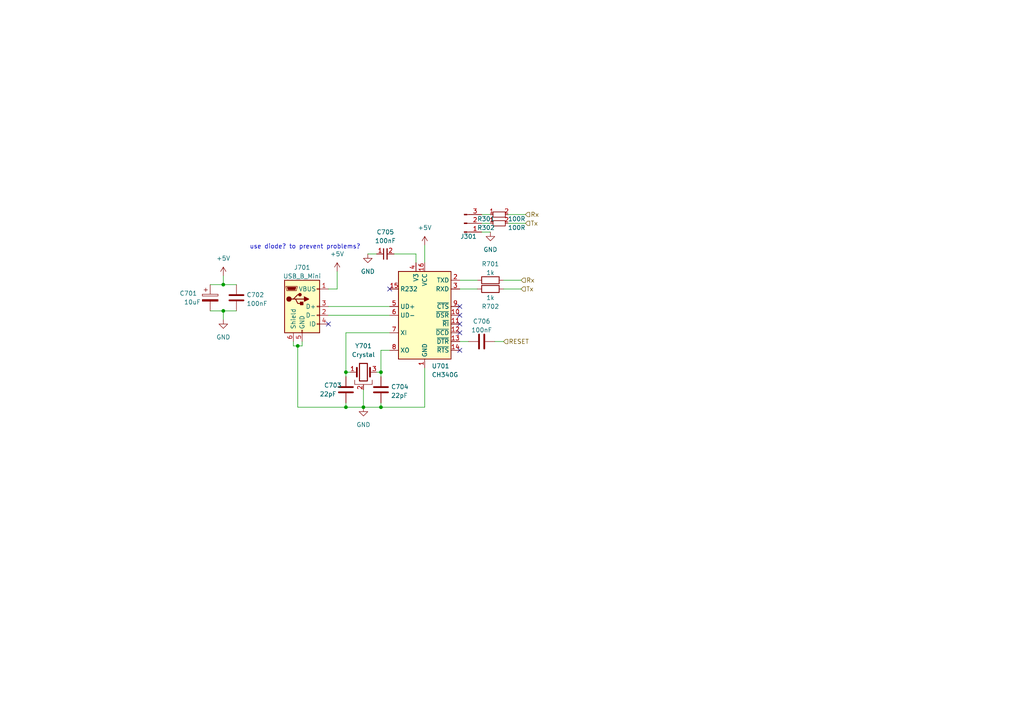
<source format=kicad_sch>
(kicad_sch (version 20230121) (generator eeschema)
  (paper "A4")
  (lib_symbols
    (symbol "Connector:Conn_01x03_Pin" (pin_names (offset 1.016) hide)
      (property "Reference" "J" (at 0 5.08 0))
      (property "Value" "Conn_01x03_Pin" (at 0 -5.08 0))
      (symbol "Conn_01x03_Pin_1_1"
        (polyline (pts (xy 1.27 -2.54) (xy 0.8636 -2.54)) (stroke (width 0.1524)))
        (polyline (pts (xy 1.27 0) (xy 0.8636 0)) (stroke (width 0.1524)))
        (polyline (pts (xy 1.27 2.54) (xy 0.8636 2.54)) (stroke (width 0.1524)))
        (rectangle (start 0.8636 -2.413) (end 0 -2.667) (stroke (width 0.1524)) (fill (type outline)))
        (rectangle (start 0.8636 0.127) (end 0 -0.127) (stroke (width 0.1524)) (fill (type outline)))
        (rectangle (start 0.8636 2.667) (end 0 2.413) (stroke (width 0.1524)) (fill (type outline)))
        (pin passive line (at 5.08 2.54 180) (length 3.81) (name "Pin_1") (number "1"))
        (pin passive line (at 5.08 0 180) (length 3.81) (name "Pin_2") (number "2"))
        (pin passive line (at 5.08 -2.54 180) (length 3.81) (name "Pin_3") (number "3"))
      )
    )
    (symbol "Connector:USB_B_Mini" (pin_names (offset 1.016))
      (property "Reference" "J" (at -5.08 11.43 0))
      (property "Value" "USB_B_Mini" (at -5.08 8.89 0))
      (symbol "USB_B_Mini_0_1"
        (rectangle (start -5.08 -7.62) (end 5.08 7.62) (stroke (width 0.254)) (fill (type background)))
        (circle (center -3.81 2.159) (radius 0.635) (stroke (width 0.254)) (fill (type outline)))
        (circle (center -0.635 3.429) (radius 0.381) (stroke (width 0.254)) (fill (type outline)))
        (rectangle (start -0.127 -7.62) (end 0.127 -6.858))
        (polyline (pts (xy -1.905 2.159) (xy 0.635 2.159)) (stroke (width 0.254)))
        (polyline (pts (xy -3.175 2.159) (xy -2.54 2.159) (xy -1.27 3.429) (xy -0.635 3.429)) (stroke (width 0.254)))
        (polyline (pts (xy -2.54 2.159) (xy -1.905 2.159) (xy -1.27 0.889) (xy 0 0.889)) (stroke (width 0.254)))
        (polyline (pts (xy 0.635 2.794) (xy 0.635 1.524) (xy 1.905 2.159) (xy 0.635 2.794)) (stroke (width 0.254)) (fill (type outline)))
        (polyline (pts (xy -4.318 5.588) (xy -1.778 5.588) (xy -2.032 4.826) (xy -4.064 4.826) (xy -4.318 5.588)) (fill (type outline)))
        (polyline (pts (xy -4.699 5.842) (xy -4.699 5.588) (xy -4.445 4.826) (xy -4.445 4.572) (xy -1.651 4.572) (xy -1.651 4.826) (xy -1.397 5.588) (xy -1.397 5.842) (xy -4.699 5.842)))
        (rectangle (start 0.254 1.27) (end -0.508 0.508) (stroke (width 0.254)) (fill (type outline)))
        (rectangle (start 5.08 -5.207) (end 4.318 -4.953))
        (rectangle (start 5.08 -2.667) (end 4.318 -2.413))
        (rectangle (start 5.08 -0.127) (end 4.318 0.127))
        (rectangle (start 5.08 4.953) (end 4.318 5.207))
      )
      (symbol "USB_B_Mini_1_1"
        (pin power_out line (at 7.62 5.08 180) (length 2.54) (name "VBUS") (number "1"))
        (pin bidirectional line (at 7.62 -2.54 180) (length 2.54) (name "D-") (number "2"))
        (pin bidirectional line (at 7.62 0 180) (length 2.54) (name "D+") (number "3"))
        (pin passive line (at 7.62 -5.08 180) (length 2.54) (name "ID") (number "4"))
        (pin power_out line (at 0 -10.16 90) (length 2.54) (name "GND") (number "5"))
        (pin passive line (at -2.54 -10.16 90) (length 2.54) (name "Shield") (number "6"))
      )
    )
    (symbol "Device:C" (pin_numbers hide) (pin_names (offset 0.254))
      (property "Reference" "C" (at 0.635 2.54 0))
      (property "Value" "C" (at 0.635 -2.54 0))
      (symbol "C_0_1"
        (polyline (pts (xy -2.032 -0.762) (xy 2.032 -0.762)) (stroke (width 0.508)))
        (polyline (pts (xy -2.032 0.762) (xy 2.032 0.762)) (stroke (width 0.508)))
      )
      (symbol "C_1_1"
        (pin passive line (at 0 3.81 270) (length 2.794) (name "~") (number "1"))
        (pin passive line (at 0 -3.81 90) (length 2.794) (name "~") (number "2"))
      )
    )
    (symbol "Device:C_Polarized" (pin_numbers hide) (pin_names (offset 0.254))
      (property "Reference" "C" (at 0.635 2.54 0))
      (property "Value" "C_Polarized" (at 0.635 -2.54 0))
      (symbol "C_Polarized_0_1"
        (rectangle (start -2.286 0.508) (end 2.286 1.016))
        (polyline (pts (xy -1.778 2.286) (xy -0.762 2.286)))
        (polyline (pts (xy -1.27 2.794) (xy -1.27 1.778)))
        (rectangle (start 2.286 -0.508) (end -2.286 -1.016) (fill (type outline)))
      )
      (symbol "C_Polarized_1_1"
        (pin passive line (at 0 3.81 270) (length 2.794) (name "~") (number "1"))
        (pin passive line (at 0 -3.81 90) (length 2.794) (name "~") (number "2"))
      )
    )
    (symbol "Device:R" (pin_numbers hide) (pin_names (offset 0))
      (property "Reference" "R" (at 2.032 0 90))
      (property "Value" "R" (at 0 0 90))
      (symbol "R_0_1"
        (rectangle (start -1.016 -2.54) (end 1.016 2.54) (stroke (width 0.254)))
      )
      (symbol "R_1_1"
        (pin passive line (at 0 3.81 270) (length 1.27) (name "~") (number "1"))
        (pin passive line (at 0 -3.81 90) (length 1.27) (name "~") (number "2"))
      )
    )
    (symbol "Interface_USB:CH340G"
      (property "Reference" "U" (at -5.08 13.97 0))
      (property "Value" "CH340G" (at 1.27 13.97 0))
      (symbol "CH340G_0_1"
        (rectangle (start -7.62 12.7) (end 7.62 -12.7) (stroke (width 0.254)) (fill (type background)))
      )
      (symbol "CH340G_1_1"
        (pin power_in line (at 0 -15.24 90) (length 2.54) (name "GND") (number "1"))
        (pin input line (at 10.16 0 180) (length 2.54) (name "~{DSR}") (number "10"))
        (pin input line (at 10.16 -2.54 180) (length 2.54) (name "~{RI}") (number "11"))
        (pin input line (at 10.16 -5.08 180) (length 2.54) (name "~{DCD}") (number "12"))
        (pin output line (at 10.16 -7.62 180) (length 2.54) (name "~{DTR}") (number "13"))
        (pin output line (at 10.16 -10.16 180) (length 2.54) (name "~{RTS}") (number "14"))
        (pin input line (at -10.16 7.62 0) (length 2.54) (name "R232") (number "15"))
        (pin power_in line (at 0 15.24 270) (length 2.54) (name "VCC") (number "16"))
        (pin output line (at 10.16 10.16 180) (length 2.54) (name "TXD") (number "2"))
        (pin input line (at 10.16 7.62 180) (length 2.54) (name "RXD") (number "3"))
        (pin passive line (at -2.54 15.24 270) (length 2.54) (name "V3") (number "4"))
        (pin bidirectional line (at -10.16 2.54 0) (length 2.54) (name "UD+") (number "5"))
        (pin bidirectional line (at -10.16 0 0) (length 2.54) (name "UD-") (number "6"))
        (pin input line (at -10.16 -5.08 0) (length 2.54) (name "XI") (number "7"))
        (pin output line (at -10.16 -10.16 0) (length 2.54) (name "XO") (number "8"))
        (pin input line (at 10.16 2.54 180) (length 2.54) (name "~{CTS}") (number "9"))
      )
    )
    (symbol "capacitor_miscellaneous:C_0402_100nF"
      (property "Reference" "U" (at 1.27 2.54 0))
      (property "Value" "100nF" (at 3.81 -2.54 0))
      (property "JLCPCB Part#" "C307331" (at 0 0 0))
      (symbol "C_0402_100nF_0_1"
        (polyline (pts (xy -1.524 -0.508) (xy 1.524 -0.508)) (stroke (width 0.3302)))
        (polyline (pts (xy -1.524 0.508) (xy 1.524 0.508)) (stroke (width 0.3048)))
      )
      (symbol "C_0402_100nF_1_1"
        (pin passive line (at 0 2.54 270) (length 2.032) (name "~") (number "1"))
        (pin passive line (at 0 -2.54 90) (length 2.032) (name "~") (number "2"))
      )
    )
    (symbol "custom_kicad_lib_sk:crystal_arduino" (pin_names (offset 1.016) hide)
      (property "Reference" "Y" (at 0 5.715 0))
      (property "Value" "Crystal_GND2" (at 0 3.81 0))
      (property "JLCPCB Part#" "C13738" (at 0 0 0))
      (symbol "crystal_arduino_0_1"
        (rectangle (start -1.143 2.54) (end 1.143 -2.54) (stroke (width 0.3048)))
        (polyline (pts (xy -2.54 0) (xy -1.905 0)))
        (polyline (pts (xy -1.905 -1.27) (xy -1.905 1.27)) (stroke (width 0.508)))
        (polyline (pts (xy 0 -3.81) (xy 0 -3.556)))
        (polyline (pts (xy 1.905 0) (xy 2.54 0)))
        (polyline (pts (xy 1.905 1.27) (xy 1.905 -1.27)) (stroke (width 0.508)))
        (polyline (pts (xy -2.54 -2.286) (xy -2.54 -3.556) (xy 2.54 -3.556) (xy 2.54 -2.286)))
      )
      (symbol "crystal_arduino_1_1"
        (pin passive line (at -3.81 0 0) (length 1.27) (name "1") (number "1"))
        (pin passive line (at 0 -5.08 90) (length 1.27) (name "GND") (number "2"))
        (pin passive line (at 3.81 0 180) (length 1.27) (name "3") (number "3"))
        (pin passive line (at 0 -5.08 90) (length 1.27) hide (name "GND") (number "4"))
      )
    )
    (symbol "power:+5V" (power) (pin_names (offset 0))
      (property "Value" "+5V" (at 0 3.556 0))
      (symbol "+5V_0_1"
        (polyline (pts (xy -0.762 1.27) (xy 0 2.54)))
        (polyline (pts (xy 0 0) (xy 0 2.54)))
        (polyline (pts (xy 0 2.54) (xy 0.762 1.27)))
      )
      (symbol "+5V_1_1"
        (pin power_in line (at 0 0 90) (length 0) hide (name "+5V") (number "1"))
      )
    )
    (symbol "power:GND" (power) (pin_names (offset 0))
      (property "Value" "GND" (at 0 -3.81 0))
      (symbol "GND_0_1"
        (polyline (pts (xy 0 0) (xy 0 -1.27) (xy 1.27 -1.27) (xy 0 -2.54) (xy -1.27 -1.27) (xy 0 -1.27)))
      )
      (symbol "GND_1_1"
        (pin power_in line (at 0 0 270) (length 0) hide (name "GND") (number "1"))
      )
    )
    (symbol "resistors_0603:R_100R_0603"
      (property "Reference" "R" (at 1.27 2.54 0))
      (property "Value" "100R" (at 2.54 -2.54 0))
      (symbol "R_100R_0603_0_1"
        (rectangle (start -0.762 1.778) (end 0.762 -1.778) (stroke (width 0.2032)))
      )
      (symbol "R_100R_0603_1_1"
        (pin passive line (at 0 2.54 270) (length 0.762) (name "~") (number "1"))
        (pin passive line (at 0 -2.54 90) (length 0.762) (name "~") (number "2"))
      )
    )
  )
  (junction (at 100.33 118.11))
  (junction (at 86.36 100.33))
  (junction (at 64.77 82.55))
  (junction (at 110.49 107.95))
  (junction (at 64.77 90.17))
  (junction (at 100.33 107.95))
  (junction (at 110.49 118.11))
  (junction (at 105.41 118.11))
  (no_connect (at 113.03 83.82))
  (no_connect (at 133.35 93.98))
  (no_connect (at 133.35 96.52))
  (no_connect (at 133.35 91.44))
  (no_connect (at 133.35 101.6))
  (no_connect (at 133.35 88.9))
  (no_connect (at 95.25 93.98))
  (wire (pts (xy 100.33 107.95) (xy 100.33 109.22)))
  (wire (pts (xy 105.41 118.11) (xy 110.49 118.11)))
  (wire (pts (xy 97.79 83.82) (xy 95.25 83.82)))
  (wire (pts (xy 110.49 107.95) (xy 109.22 107.95)))
  (wire (pts (xy 146.05 99.06) (xy 143.51 99.06)))
  (wire (pts (xy 110.49 101.6) (xy 113.03 101.6)))
  (wire (pts (xy 110.49 116.84) (xy 110.49 118.11)))
  (wire (pts (xy 100.33 96.52) (xy 100.33 107.95)))
  (wire (pts (xy 138.43 83.82) (xy 133.35 83.82)))
  (wire (pts (xy 100.33 118.11) (xy 105.41 118.11)))
  (wire (pts (xy 152.4 62.23) (xy 147.32 62.23)))
  (wire (pts (xy 86.36 100.33) (xy 86.36 118.11)))
  (wire (pts (xy 85.09 99.06) (xy 85.09 100.33)))
  (wire (pts (xy 100.33 116.84) (xy 100.33 118.11)))
  (wire (pts (xy 101.6 107.95) (xy 100.33 107.95)))
  (wire (pts (xy 87.63 99.06) (xy 87.63 100.33)))
  (wire (pts (xy 60.96 82.55) (xy 64.77 82.55)))
  (wire (pts (xy 151.13 83.82) (xy 146.05 83.82)))
  (wire (pts (xy 105.41 113.03) (xy 105.41 118.11)))
  (wire (pts (xy 139.7 67.31) (xy 142.24 67.31)))
  (wire (pts (xy 86.36 118.11) (xy 100.33 118.11)))
  (wire (pts (xy 110.49 118.11) (xy 123.19 118.11)))
  (wire (pts (xy 110.49 109.22) (xy 110.49 107.95)))
  (wire (pts (xy 64.77 82.55) (xy 68.58 82.55)))
  (wire (pts (xy 85.09 100.33) (xy 86.36 100.33)))
  (wire (pts (xy 64.77 80.01) (xy 64.77 82.55)))
  (wire (pts (xy 139.7 64.77) (xy 142.24 64.77)))
  (wire (pts (xy 152.4 64.77) (xy 147.32 64.77)))
  (wire (pts (xy 95.25 88.9) (xy 113.03 88.9)))
  (wire (pts (xy 106.68 73.66) (xy 109.22 73.66)))
  (wire (pts (xy 139.7 62.23) (xy 142.24 62.23)))
  (wire (pts (xy 113.03 96.52) (xy 100.33 96.52)))
  (wire (pts (xy 120.65 73.66) (xy 114.3 73.66)))
  (wire (pts (xy 64.77 90.17) (xy 64.77 92.71)))
  (wire (pts (xy 133.35 99.06) (xy 135.89 99.06)))
  (wire (pts (xy 64.77 90.17) (xy 68.58 90.17)))
  (wire (pts (xy 138.43 81.28) (xy 133.35 81.28)))
  (wire (pts (xy 95.25 91.44) (xy 113.03 91.44)))
  (wire (pts (xy 123.19 71.12) (xy 123.19 76.2)))
  (wire (pts (xy 110.49 107.95) (xy 110.49 101.6)))
  (wire (pts (xy 123.19 106.68) (xy 123.19 118.11)))
  (wire (pts (xy 97.79 78.74) (xy 97.79 83.82)))
  (wire (pts (xy 151.13 81.28) (xy 146.05 81.28)))
  (wire (pts (xy 60.96 90.17) (xy 64.77 90.17)))
  (wire (pts (xy 120.65 76.2) (xy 120.65 73.66)))
  (wire (pts (xy 86.36 100.33) (xy 87.63 100.33)))
  (text "use diode? to prevent problems?" (at 72.39 72.39 0) (effects (font (size 1.27 1.27)) (justify left bottom)))
  (hierarchical_label "Tx" (shape input) (at 152.4 64.77 0))
  (hierarchical_label "Rx" (shape input) (at 152.4 62.23 0))
  (hierarchical_label "Rx" (shape input) (at 151.13 81.28 0))
  (hierarchical_label "Tx" (shape input) (at 151.13 83.82 0))
  (hierarchical_label "RESET" (shape input) (at 146.05 99.06 0))
  (symbol (lib_id "power:GND") (at 64.77 92.71 0) (unit 1)
    (property "Reference" "#PWR0702" (effects hide))
    (property "Value" "GND" (at 64.77 97.79 0))
    (instances (project "GPIO_UNIT" (path "" (reference "#PWR0702") (unit 1))) (project "CH340" (path "" (reference "#PWR0104") (unit 1))))
  )
  (symbol (lib_id "Device:C") (at 68.58 86.36 0) (unit 1)
    (property "Reference" "C702" (at 71.501 85.5253 0) (effects (justify left)))
    (property "Value" "100nF" (at 71.501 88.0622 0) (effects (justify left)))
    (property "Footprint" "Capacitor_SMD:C_0603_1608Metric" (effects hide))
    (property "JLCPCB Part#" "C14663" (effects hide))
    (instances (project "GPIO_UNIT" (path "" (reference "C702") (unit 1))) (project "general_schematics" (path "" (reference "C2002") (unit 1))) (project "CH340" (path "" (reference "C702") (unit 1))))
  )
  (symbol (lib_id "Device:C") (at 139.7 99.06 90) (unit 1)
    (property "Reference" "C706" (at 139.7 93.2012 90))
    (property "Value" "100nF" (at 139.7 95.7381 90))
    (property "Footprint" "Capacitor_SMD:C_0603_1608Metric" (effects hide))
    (property "JLCPCB Part#" "C14663" (effects hide))
    (instances (project "GPIO_UNIT" (path "" (reference "C706") (unit 1))) (project "general_schematics" (path "" (reference "C2006") (unit 1))) (project "CH340" (path "" (reference "C706") (unit 1))))
  )
  (symbol (lib_id "resistors_0603:R_100R_0603") (at 144.78 62.23 90) (unit 1)
    (property "Reference" "R301" (at 140.97 63.5 90))
    (property "Value" "100R" (at 149.86 63.5 90))
    (property "Footprint" "custom_kicad_lib_sk:R_0603_smalltext" (effects hide))
    (property "JLCPCB Part#" "C22775" (effects hide))
  )
  (symbol (lib_id "power:GND") (at 105.41 118.11 0) (unit 1)
    (property "Reference" "#PWR0704" (effects hide))
    (property "Value" "GND" (at 105.41 123.19 0))
    (instances (project "GPIO_UNIT" (path "" (reference "#PWR0704") (unit 1))) (project "CH340" (path "" (reference "#PWR0103") (unit 1))))
  )
  (symbol (lib_id "Device:R") (at 142.24 83.82 270) (unit 1)
    (property "Reference" "R702" (at 142.24 88.9 90))
    (property "Value" "1k" (at 142.24 86.36 90))
    (property "Footprint" "Resistor_SMD:R_0603_1608Metric" (effects hide))
    (property "JLCPCB Part#" "C21190" (effects hide))
    (instances (project "GPIO_UNIT" (path "" (reference "R702") (unit 1))) (project "general_schematics" (path "" (reference "R2002") (unit 1))) (project "CH340" (path "" (reference "R702") (unit 1))))
  )
  (symbol (lib_id "resistors_0603:R_100R_0603") (at 144.78 64.77 90) (unit 1)
    (property "Reference" "R302" (at 140.97 66.04 90))
    (property "Value" "100R" (at 149.86 66.04 90))
    (property "Footprint" "custom_kicad_lib_sk:R_0603_smalltext" (effects hide))
    (property "JLCPCB Part#" "C22775" (effects hide))
  )
  (symbol (lib_id "power:+5V") (at 123.19 71.12 0) (unit 1)
    (property "Reference" "#PWR0706" (effects hide))
    (property "Value" "+5V" (at 123.19 66.04 0))
    (instances (project "GPIO_UNIT" (path "" (reference "#PWR0706") (unit 1))) (project "CH340" (path "" (reference "#PWR0101") (unit 1))))
  )
  (symbol (lib_id "capacitor_miscellaneous:C_0402_100nF") (at 111.76 73.66 90) (unit 1)
    (property "Reference" "C705" (at 111.7663 67.31 90))
    (property "Value" "100nF" (at 111.7663 69.85 90))
    (property "Footprint" "Capacitor_SMD:C_0402_1005Metric" (effects hide))
    (property "JLCPCB Part#" "C307331" (effects hide))
  )
  (symbol (lib_id "Device:C_Polarized") (at 60.96 86.36 0) (unit 1)
    (property "Reference" "C701" (at 52.07 85.09 0) (effects (justify left)))
    (property "Value" "10uF" (at 53.34 87.63 0) (effects (justify left)))
    (property "Footprint" "Capacitor_SMD:C_0603_1608Metric" (effects hide))
    (property "JLCPCB Part#" "C96446" (effects hide))
    (instances (project "GPIO_UNIT" (path "" (reference "C701") (unit 1))) (project "general_schematics" (path "" (reference "C2001") (unit 1))) (project "CH340" (path "" (reference "C701") (unit 1))))
  )
  (symbol (lib_id "power:+5V") (at 97.79 78.74 0) (unit 1)
    (property "Reference" "#PWR0703" (effects hide))
    (property "Value" "+5V" (at 97.79 73.66 0))
    (instances (project "GPIO_UNIT" (path "" (reference "#PWR0703") (unit 1))) (project "CH340" (path "" (reference "#PWR0105") (unit 1))))
  )
  (symbol (lib_id "Device:C") (at 110.49 113.03 0) (unit 1)
    (property "Reference" "C704" (at 113.411 112.1953 0) (effects (justify left)))
    (property "Value" "22pF" (at 113.411 114.7322 0) (effects (justify left)))
    (property "Footprint" "Capacitor_SMD:C_0603_1608Metric" (effects hide))
    (property "JLCPCB Part#" "C1653" (effects hide))
    (instances (project "GPIO_UNIT" (path "" (reference "C704") (unit 1))) (project "general_schematics" (path "" (reference "C2004") (unit 1))) (project "CH340" (path "" (reference "C704") (unit 1))))
  )
  (symbol (lib_id "Interface_USB:CH340G") (at 123.19 91.44 0) (unit 1)
    (property "Reference" "U701" (at 125.2094 106.1704 0) (effects (justify left)))
    (property "Value" "CH340G" (at 125.2094 108.7073 0) (effects (justify left)))
    (property "Footprint" "Package_SO:SOIC-16_3.9x9.9mm_P1.27mm" (effects hide))
    (property "Datasheet" "http://www.datasheet5.com/pdf-local-2195953" (effects hide))
    (property "JLCPCB Part#" "C14267" (effects hide))
    (instances (project "GPIO_UNIT" (path "" (reference "U701") (unit 1))) (project "general_schematics" (path "" (reference "U2001") (unit 1))) (project "CH340" (path "" (reference "U701") (unit 1))))
  )
  (symbol (lib_id "Connector:USB_B_Mini") (at 87.63 88.9 0) (unit 1)
    (property "Reference" "J701" (at 87.63 77.5802 0))
    (property "Value" "USB_B_Mini" (at 87.63 80.1171 0))
    (property "Footprint" "Connector_USB:USB_Mini-B_Lumberg_2486_01_Horizontal" (effects hide))
    (property "JLCPCB Part#" "C2681563" (effects hide))
    (instances (project "GPIO_UNIT" (path "" (reference "J701") (unit 1))) (project "general_schematics" (path "" (reference "J2001") (unit 1))) (project "CH340" (path "" (reference "J701") (unit 1))))
  )
  (symbol (lib_id "Connector:Conn_01x03_Pin") (at 134.62 64.77 0) (mirror x) (unit 1)
    (property "Reference" "J301" (at 135.89 68.58 0))
    (property "Value" "Conn_01x03_Pin" (effects hide))
    (property "Footprint" "Connector_PinHeader_2.54mm:PinHeader_1x03_P2.54mm_Horizontal" (effects hide))
  )
  (symbol (lib_id "Device:R") (at 142.24 81.28 90) (unit 1)
    (property "Reference" "R701" (at 142.24 76.5642 90))
    (property "Value" "1k" (at 142.24 79.1011 90))
    (property "Footprint" "Resistor_SMD:R_0603_1608Metric" (effects hide))
    (property "JLCPCB Part#" "C21190" (effects hide))
    (instances (project "GPIO_UNIT" (path "" (reference "R701") (unit 1))) (project "general_schematics" (path "" (reference "R2001") (unit 1))) (project "CH340" (path "" (reference "R701") (unit 1))))
  )
  (symbol (lib_id "Device:C") (at 100.33 113.03 0) (unit 1)
    (property "Reference" "C703" (at 93.98 111.76 0) (effects (justify left)))
    (property "Value" "22pF" (at 92.71 114.3 0) (effects (justify left)))
    (property "Footprint" "Capacitor_SMD:C_0603_1608Metric" (effects hide))
    (property "JLCPCB Part#" "C1653" (effects hide))
    (instances (project "GPIO_UNIT" (path "" (reference "C703") (unit 1))) (project "general_schematics" (path "" (reference "C2003") (unit 1))) (project "CH340" (path "" (reference "C703") (unit 1))))
  )
  (symbol (lib_id "power:GND") (at 106.68 73.66 0) (unit 1)
    (property "Reference" "#PWR0705" (effects hide))
    (property "Value" "GND" (at 106.68 78.74 0))
    (instances (project "GPIO_UNIT" (path "" (reference "#PWR0705") (unit 1))) (project "CH340" (path "" (reference "#PWR0106") (unit 1))))
  )
  (symbol (lib_id "power:+5V") (at 64.77 80.01 0) (unit 1)
    (property "Reference" "#PWR0701" (effects hide))
    (property "Value" "+5V" (at 64.77 74.93 0))
    (instances (project "GPIO_UNIT" (path "" (reference "#PWR0701") (unit 1))) (project "CH340" (path "" (reference "#PWR0102") (unit 1))))
  )
  (symbol (lib_id "custom_kicad_lib_sk:crystal_arduino") (at 105.41 107.95 0) (unit 1)
    (property "Reference" "Y701" (at 105.41 100.33 0))
    (property "Value" "Crystal" (at 105.41 102.87 0))
    (property "Footprint" "custom_kicad_lib_sk:crystal_arduino" (effects hide))
    (property "JLCPCB Part#" "C9002" (effects hide))
    (instances (project "GPIO_UNIT" (path "" (reference "Y701") (unit 1))) (project "general_schematics" (path "" (reference "Y2001") (unit 1))) (project "CH340" (path "" (reference "Y701") (unit 1))))
  )
  (symbol (lib_id "power:GND") (at 142.24 67.31 0) (unit 1)
    (property "Reference" "#PWR0301" (effects hide))
    (property "Value" "GND" (at 142.24 72.39 0))
  )
)
</source>
